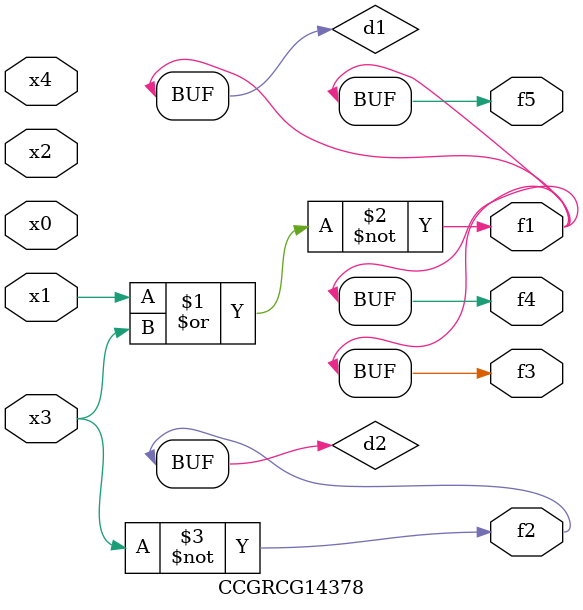
<source format=v>
module CCGRCG14378(
	input x0, x1, x2, x3, x4,
	output f1, f2, f3, f4, f5
);

	wire d1, d2;

	nor (d1, x1, x3);
	not (d2, x3);
	assign f1 = d1;
	assign f2 = d2;
	assign f3 = d1;
	assign f4 = d1;
	assign f5 = d1;
endmodule

</source>
